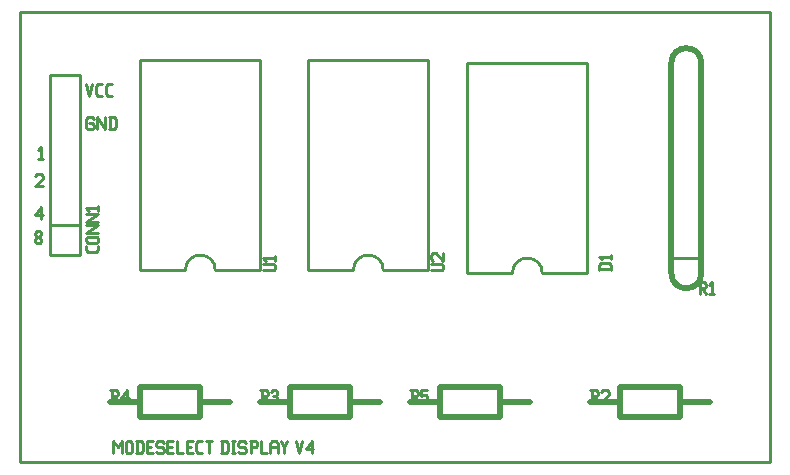
<source format=gbr>
G04 start of page 13 for group -4079 idx -4079 *
G04 Title: (unknown), topsilk *
G04 Creator: pcb 4.2.2 *
G04 CreationDate: Sat Jan  4 21:18:30 2025 UTC *
G04 For: electronics *
G04 Format: Gerber/RS-274X *
G04 PCB-Dimensions (mil): 2500.00 1500.00 *
G04 PCB-Coordinate-Origin: lower left *
%MOIN*%
%FSLAX25Y25*%
%LNTOPSILK*%
%ADD73C,0.0200*%
%ADD72C,0.0100*%
G54D72*X0Y150000D02*Y0D01*
Y150000D02*X250000D01*
X0Y0D02*X250000D01*
Y150000D02*Y0D01*
X24000Y115000D02*X24500Y114500D01*
X22500Y115000D02*X24000D01*
X22000Y114500D02*X22500Y115000D01*
X22000Y114500D02*Y111500D01*
X22500Y111000D01*
X24000D01*
X24500Y111500D01*
Y112500D02*Y111500D01*
X24000Y113000D02*X24500Y112500D01*
X23000Y113000D02*X24000D01*
X25700Y115000D02*Y111000D01*
Y115000D02*X28200Y111000D01*
Y115000D02*Y111000D01*
X29900Y115000D02*Y111000D01*
X31200Y115000D02*X31900Y114300D01*
Y111700D01*
X31200Y111000D02*X31900Y111700D01*
X29400Y111000D02*X31200D01*
X29400Y115000D02*X31200D01*
X22000Y126000D02*X23000Y122000D01*
X24000Y126000D01*
X25900Y122000D02*X27200D01*
X25200Y122700D02*X25900Y122000D01*
X25200Y125300D02*Y122700D01*
Y125300D02*X25900Y126000D01*
X27200D01*
X29100Y122000D02*X30400D01*
X28400Y122700D02*X29100Y122000D01*
X28400Y125300D02*Y122700D01*
Y125300D02*X29100Y126000D01*
X30400D01*
X31000Y7000D02*Y3000D01*
Y7000D02*X32500Y5000D01*
X34000Y7000D01*
Y3000D01*
X35200Y6500D02*Y3500D01*
Y6500D02*X35700Y7000D01*
X36700D01*
X37200Y6500D01*
Y3500D01*
X36700Y3000D02*X37200Y3500D01*
X35700Y3000D02*X36700D01*
X35200Y3500D02*X35700Y3000D01*
X38900Y7000D02*Y3000D01*
X40200Y7000D02*X40900Y6300D01*
Y3700D01*
X40200Y3000D02*X40900Y3700D01*
X38400Y3000D02*X40200D01*
X38400Y7000D02*X40200D01*
X42100Y5200D02*X43600D01*
X42100Y3000D02*X44100D01*
X42100Y7000D02*Y3000D01*
Y7000D02*X44100D01*
X47300D02*X47800Y6500D01*
X45800Y7000D02*X47300D01*
X45300Y6500D02*X45800Y7000D01*
X45300Y6500D02*Y5500D01*
X45800Y5000D01*
X47300D01*
X47800Y4500D01*
Y3500D01*
X47300Y3000D02*X47800Y3500D01*
X45800Y3000D02*X47300D01*
X45300Y3500D02*X45800Y3000D01*
X49000Y5200D02*X50500D01*
X49000Y3000D02*X51000D01*
X49000Y7000D02*Y3000D01*
Y7000D02*X51000D01*
X52200D02*Y3000D01*
X54200D01*
X55400Y5200D02*X56900D01*
X55400Y3000D02*X57400D01*
X55400Y7000D02*Y3000D01*
Y7000D02*X57400D01*
X59300Y3000D02*X60600D01*
X58600Y3700D02*X59300Y3000D01*
X58600Y6300D02*Y3700D01*
Y6300D02*X59300Y7000D01*
X60600D01*
X61800D02*X63800D01*
X62800D02*Y3000D01*
X67300Y7000D02*Y3000D01*
X68600Y7000D02*X69300Y6300D01*
Y3700D01*
X68600Y3000D02*X69300Y3700D01*
X66800Y3000D02*X68600D01*
X66800Y7000D02*X68600D01*
X70500D02*X71500D01*
X71000D02*Y3000D01*
X70500D02*X71500D01*
X74700Y7000D02*X75200Y6500D01*
X73200Y7000D02*X74700D01*
X72700Y6500D02*X73200Y7000D01*
X72700Y6500D02*Y5500D01*
X73200Y5000D01*
X74700D01*
X75200Y4500D01*
Y3500D01*
X74700Y3000D02*X75200Y3500D01*
X73200Y3000D02*X74700D01*
X72700Y3500D02*X73200Y3000D01*
X76900Y7000D02*Y3000D01*
X76400Y7000D02*X78400D01*
X78900Y6500D01*
Y5500D01*
X78400Y5000D02*X78900Y5500D01*
X76900Y5000D02*X78400D01*
X80100Y7000D02*Y3000D01*
X82100D01*
X83300Y6000D02*Y3000D01*
Y6000D02*X84000Y7000D01*
X85100D01*
X85800Y6000D01*
Y3000D01*
X83300Y5000D02*X85800D01*
X87000Y7000D02*X88000Y5000D01*
X89000Y7000D01*
X88000Y5000D02*Y3000D01*
X92000Y7000D02*X93000Y3000D01*
X94000Y7000D01*
X95200Y4500D02*X97200Y7000D01*
X95200Y4500D02*X97700D01*
X97200Y7000D02*Y3000D01*
X5000Y73500D02*X5500Y73000D01*
X5000Y74300D02*Y73500D01*
Y74300D02*X5700Y75000D01*
X6300D01*
X7000Y74300D01*
Y73500D01*
X6500Y73000D02*X7000Y73500D01*
X5500Y73000D02*X6500D01*
X5000Y75700D02*X5700Y75000D01*
X5000Y76500D02*Y75700D01*
Y76500D02*X5500Y77000D01*
X6500D01*
X7000Y76500D01*
Y75700D01*
X6300Y75000D02*X7000Y75700D01*
X5000Y82500D02*X7000Y85000D01*
X5000Y82500D02*X7500D01*
X7000Y85000D02*Y81000D01*
X5000Y95500D02*X5500Y96000D01*
X7000D01*
X7500Y95500D01*
Y94500D01*
X5000Y92000D02*X7500Y94500D01*
X5000Y92000D02*X7500D01*
X6000Y104200D02*X6800Y105000D01*
Y101000D01*
X6000D02*X7500D01*
G54D73*X140000Y25000D02*X160000D01*
Y15000D01*
X140000D01*
Y25000D01*
X130000Y20000D02*X140000D01*
X160000D02*X170000D01*
X90000Y25000D02*X110000D01*
Y15000D01*
X90000D01*
Y25000D01*
X80000Y20000D02*X90000D01*
X110000D02*X120000D01*
X200000Y25000D02*X220000D01*
Y15000D01*
X200000D01*
Y25000D01*
X190000Y20000D02*X200000D01*
X220000D02*X230000D01*
X227000Y133000D02*Y63000D01*
X217000Y133000D02*Y63000D01*
G54D72*Y68000D02*X227000D01*
G54D73*X217000Y63000D02*G75*G03X227000Y63000I5000J0D01*G01*
Y133000D02*G75*G03X217000Y133000I-5000J0D01*G01*
G54D72*X189000D02*Y63000D01*
X149000Y133000D02*X189000D01*
X149000D02*Y63000D01*
X174000D02*X189000D01*
X149000D02*X164000D01*
X174000D02*G75*G03X164000Y63000I-5000J0D01*G01*
G54D73*X40000Y25000D02*X60000D01*
Y15000D01*
X40000D01*
Y25000D01*
X30000Y20000D02*X40000D01*
X60000D02*X70000D01*
G54D72*X20000Y129000D02*Y69000D01*
X10000Y129000D02*X20000D01*
X10000D02*Y69000D01*
X20000D01*
X10000Y79000D02*X20000D01*
X10000D02*Y69000D01*
X136000Y134000D02*Y64000D01*
X96000Y134000D02*X136000D01*
X96000D02*Y64000D01*
X121000D02*X136000D01*
X96000D02*X111000D01*
X121000D02*G75*G03X111000Y64000I-5000J0D01*G01*
X80000Y134000D02*Y64000D01*
X40000Y134000D02*X80000D01*
X40000D02*Y64000D01*
X65000D02*X80000D01*
X40000D02*X55000D01*
X65000D02*G75*G03X55000Y64000I-5000J0D01*G01*
X190000Y24000D02*X192000D01*
X192500Y23500D01*
Y22500D01*
X192000Y22000D02*X192500Y22500D01*
X190500Y22000D02*X192000D01*
X190500Y24000D02*Y20000D01*
X191300Y22000D02*X192500Y20000D01*
X193700Y23500D02*X194200Y24000D01*
X195700D01*
X196200Y23500D01*
Y22500D01*
X193700Y20000D02*X196200Y22500D01*
X193700Y20000D02*X196200D01*
X130000Y24000D02*X132000D01*
X132500Y23500D01*
Y22500D01*
X132000Y22000D02*X132500Y22500D01*
X130500Y22000D02*X132000D01*
X130500Y24000D02*Y20000D01*
X131300Y22000D02*X132500Y20000D01*
X133700Y24000D02*X135700D01*
X133700D02*Y22000D01*
X134200Y22500D01*
X135200D01*
X135700Y22000D01*
Y20500D01*
X135200Y20000D02*X135700Y20500D01*
X134200Y20000D02*X135200D01*
X133700Y20500D02*X134200Y20000D01*
X80000Y24000D02*X82000D01*
X82500Y23500D01*
Y22500D01*
X82000Y22000D02*X82500Y22500D01*
X80500Y22000D02*X82000D01*
X80500Y24000D02*Y20000D01*
X81300Y22000D02*X82500Y20000D01*
X83700Y23500D02*X84200Y24000D01*
X85200D01*
X85700Y23500D01*
X85200Y20000D02*X85700Y20500D01*
X84200Y20000D02*X85200D01*
X83700Y20500D02*X84200Y20000D01*
Y22200D02*X85200D01*
X85700Y23500D02*Y22700D01*
Y21700D02*Y20500D01*
Y21700D02*X85200Y22200D01*
X85700Y22700D02*X85200Y22200D01*
X30000Y24000D02*X32000D01*
X32500Y23500D01*
Y22500D01*
X32000Y22000D02*X32500Y22500D01*
X30500Y22000D02*X32000D01*
X30500Y24000D02*Y20000D01*
X31300Y22000D02*X32500Y20000D01*
X33700Y21500D02*X35700Y24000D01*
X33700Y21500D02*X36200D01*
X35700Y24000D02*Y20000D01*
X226000Y60000D02*X228000D01*
X228500Y59500D01*
Y58500D01*
X228000Y58000D02*X228500Y58500D01*
X226500Y58000D02*X228000D01*
X226500Y60000D02*Y56000D01*
X227300Y58000D02*X228500Y56000D01*
X229700Y59200D02*X230500Y60000D01*
Y56000D01*
X229700D02*X231200D01*
X137000Y64000D02*X140500D01*
X141000Y64500D01*
Y65500D02*Y64500D01*
Y65500D02*X140500Y66000D01*
X137000D02*X140500D01*
X137500Y67200D02*X137000Y67700D01*
Y69200D02*Y67700D01*
Y69200D02*X137500Y69700D01*
X138500D01*
X141000Y67200D02*X138500Y69700D01*
X141000D02*Y67200D01*
X193000Y64500D02*X197000D01*
X193000Y65800D02*X193700Y66500D01*
X196300D01*
X197000Y65800D02*X196300Y66500D01*
X197000Y65800D02*Y64000D01*
X193000Y65800D02*Y64000D01*
X193800Y67700D02*X193000Y68500D01*
X197000D01*
Y69200D02*Y67700D01*
X81000Y64000D02*X84500D01*
X85000Y64500D01*
Y65500D02*Y64500D01*
Y65500D02*X84500Y66000D01*
X81000D02*X84500D01*
X81800Y67200D02*X81000Y68000D01*
X85000D01*
Y68700D02*Y67200D01*
X26000Y72000D02*Y70700D01*
X25300Y70000D02*X26000Y70700D01*
X22700Y70000D02*X25300D01*
X22700D02*X22000Y70700D01*
Y72000D02*Y70700D01*
X22500Y73200D02*X25500D01*
X22500D02*X22000Y73700D01*
Y74700D02*Y73700D01*
Y74700D02*X22500Y75200D01*
X25500D01*
X26000Y74700D02*X25500Y75200D01*
X26000Y74700D02*Y73700D01*
X25500Y73200D02*X26000Y73700D01*
X22000Y76400D02*X26000D01*
X22000D02*X26000Y78900D01*
X22000D02*X26000D01*
X22000Y80100D02*X26000D01*
X22000D02*X26000Y82600D01*
X22000D02*X26000D01*
X22800Y83800D02*X22000Y84600D01*
X26000D01*
Y85300D02*Y83800D01*
M02*

</source>
